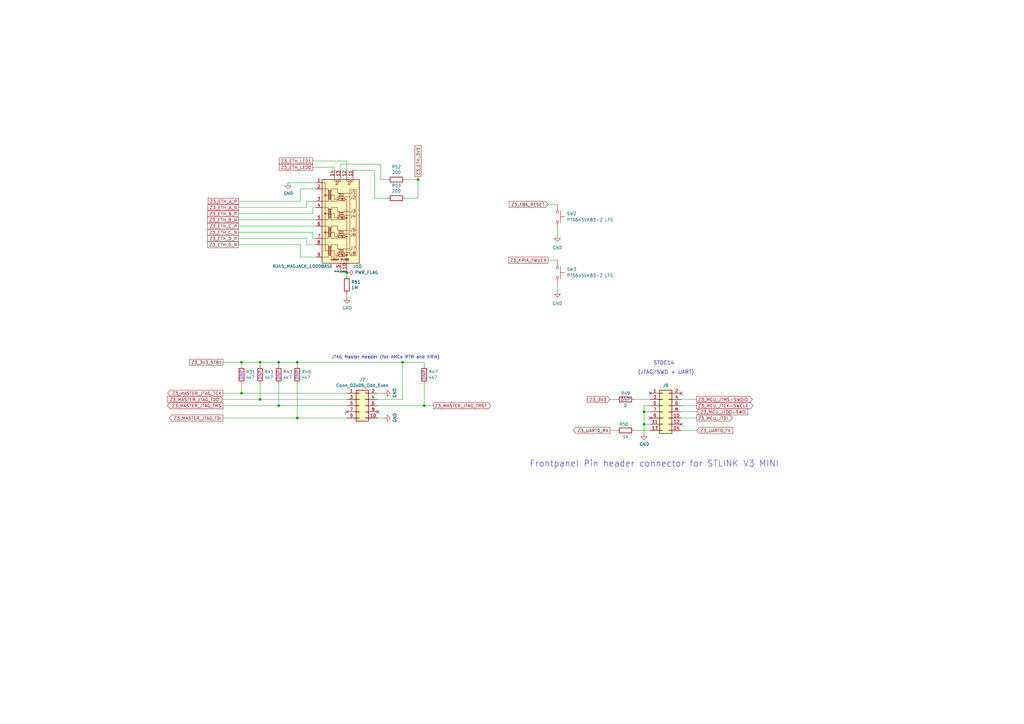
<source format=kicad_sch>
(kicad_sch (version 20211123) (generator eeschema)
  (paper "A3")
  (title_block (title "RTM_Template") (date "2022-09-07") (rev "1.0") (company "Karlsruhe Institute of Technology (KIT)") (comment 1 "Institute for Data Processing and Electronics (IPE)") (comment 2 "Carsten Schmerbeck") (comment 3 "Luis Ardila") (comment 4 "Licensed under CERN-OHL-P v2"))
  (lib_symbols
    (symbol "Connector_Generic:Conn_02x05_Odd_Even" (pin_names (offset 1.016) hide)
      (property "Reference" "J" (at 1.27 7.62 0))
      (property "Value" "Conn_02x05_Odd_Even" (at 1.27 -7.62 0))
      (symbol "Conn_02x05_Odd_Even_1_1"
        (rectangle (start -1.27 -4.953) (end 0 -5.207) (stroke (width 0.1524)))
        (rectangle (start -1.27 -2.413) (end 0 -2.667) (stroke (width 0.1524)))
        (rectangle (start -1.27 0.127) (end 0 -0.127) (stroke (width 0.1524)))
        (rectangle (start -1.27 2.667) (end 0 2.413) (stroke (width 0.1524)))
        (rectangle (start -1.27 5.207) (end 0 4.953) (stroke (width 0.1524)))
        (rectangle (start -1.27 6.35) (end 3.81 -6.35) (stroke (width 0.254)) (fill (type background)))
        (rectangle (start 3.81 -4.953) (end 2.54 -5.207) (stroke (width 0.1524)))
        (rectangle (start 3.81 -2.413) (end 2.54 -2.667) (stroke (width 0.1524)))
        (rectangle (start 3.81 0.127) (end 2.54 -0.127) (stroke (width 0.1524)))
        (rectangle (start 3.81 2.667) (end 2.54 2.413) (stroke (width 0.1524)))
        (rectangle (start 3.81 5.207) (end 2.54 4.953) (stroke (width 0.1524)))
        (pin passive line (at -5.08 5.08 0) (length 3.81) (name "Pin_1") (number "1"))
        (pin passive line (at 7.62 -5.08 180) (length 3.81) (name "Pin_10") (number "10"))
        (pin passive line (at 7.62 5.08 180) (length 3.81) (name "Pin_2") (number "2"))
        (pin passive line (at -5.08 2.54 0) (length 3.81) (name "Pin_3") (number "3"))
        (pin passive line (at 7.62 2.54 180) (length 3.81) (name "Pin_4") (number "4"))
        (pin passive line (at -5.08 0 0) (length 3.81) (name "Pin_5") (number "5"))
        (pin passive line (at 7.62 0 180) (length 3.81) (name "Pin_6") (number "6"))
        (pin passive line (at -5.08 -2.54 0) (length 3.81) (name "Pin_7") (number "7"))
        (pin passive line (at 7.62 -2.54 180) (length 3.81) (name "Pin_8") (number "8"))
        (pin passive line (at -5.08 -5.08 0) (length 3.81) (name "Pin_9") (number "9"))
      )
    )
    (symbol "Connector_Generic:Conn_02x07_Odd_Even" (pin_names (offset 1.016) hide)
      (property "Reference" "J" (at 1.27 10.16 0))
      (property "Value" "Conn_02x07_Odd_Even" (at 1.27 -10.16 0))
      (symbol "Conn_02x07_Odd_Even_1_1"
        (rectangle (start -1.27 -7.493) (end 0 -7.747) (stroke (width 0.1524)))
        (rectangle (start -1.27 -4.953) (end 0 -5.207) (stroke (width 0.1524)))
        (rectangle (start -1.27 -2.413) (end 0 -2.667) (stroke (width 0.1524)))
        (rectangle (start -1.27 0.127) (end 0 -0.127) (stroke (width 0.1524)))
        (rectangle (start -1.27 2.667) (end 0 2.413) (stroke (width 0.1524)))
        (rectangle (start -1.27 5.207) (end 0 4.953) (stroke (width 0.1524)))
        (rectangle (start -1.27 7.747) (end 0 7.493) (stroke (width 0.1524)))
        (rectangle (start -1.27 8.89) (end 3.81 -8.89) (stroke (width 0.254)) (fill (type background)))
        (rectangle (start 3.81 -7.493) (end 2.54 -7.747) (stroke (width 0.1524)))
        (rectangle (start 3.81 -4.953) (end 2.54 -5.207) (stroke (width 0.1524)))
        (rectangle (start 3.81 -2.413) (end 2.54 -2.667) (stroke (width 0.1524)))
        (rectangle (start 3.81 0.127) (end 2.54 -0.127) (stroke (width 0.1524)))
        (rectangle (start 3.81 2.667) (end 2.54 2.413) (stroke (width 0.1524)))
        (rectangle (start 3.81 5.207) (end 2.54 4.953) (stroke (width 0.1524)))
        (rectangle (start 3.81 7.747) (end 2.54 7.493) (stroke (width 0.1524)))
        (pin passive line (at -5.08 7.62 0) (length 3.81) (name "Pin_1") (number "1"))
        (pin passive line (at 7.62 -2.54 180) (length 3.81) (name "Pin_10") (number "10"))
        (pin passive line (at -5.08 -5.08 0) (length 3.81) (name "Pin_11") (number "11"))
        (pin passive line (at 7.62 -5.08 180) (length 3.81) (name "Pin_12") (number "12"))
        (pin passive line (at -5.08 -7.62 0) (length 3.81) (name "Pin_13") (number "13"))
        (pin passive line (at 7.62 -7.62 180) (length 3.81) (name "Pin_14") (number "14"))
        (pin passive line (at 7.62 7.62 180) (length 3.81) (name "Pin_2") (number "2"))
        (pin passive line (at -5.08 5.08 0) (length 3.81) (name "Pin_3") (number "3"))
        (pin passive line (at 7.62 5.08 180) (length 3.81) (name "Pin_4") (number "4"))
        (pin passive line (at -5.08 2.54 0) (length 3.81) (name "Pin_5") (number "5"))
        (pin passive line (at 7.62 2.54 180) (length 3.81) (name "Pin_6") (number "6"))
        (pin passive line (at -5.08 0 0) (length 3.81) (name "Pin_7") (number "7"))
        (pin passive line (at 7.62 0 180) (length 3.81) (name "Pin_8") (number "8"))
        (pin passive line (at -5.08 -2.54 0) (length 3.81) (name "Pin_9") (number "9"))
      )
    )
    (symbol "Device:R" (pin_numbers hide) (pin_names (offset 0))
      (property "Reference" "R" (at 2.032 0 90))
      (property "Value" "R" (at 0 0 90))
      (symbol "R_0_1"
        (rectangle (start -1.016 -2.54) (end 1.016 2.54) (stroke (width 0.254)))
      )
      (symbol "R_1_1"
        (pin passive line (at 0 3.81 270) (length 1.27) (name "~") (number "1"))
        (pin passive line (at 0 -3.81 90) (length 1.27) (name "~") (number "2"))
      )
    )
    (symbol "KIT_Connector:RJ45_MAGJACK_1000BASE" (pin_names (offset 0.0254) hide)
      (property "Reference" "J" (at 0 25.4 0))
      (property "Value" "RJ45_MAGJACK_1000BASE" (at 2.54 29.21 0))
      (symbol "RJ45_MAGJACK_1000BASE_0_0"
        (polyline (pts (xy -1.778 -14.478) (xy -2.54 -14.478)))
        (polyline (pts (xy -1.27 -13.462) (xy -3.81 -13.462)))
        (polyline (pts (xy -1.27 -11.938) (xy -3.81 -11.938)))
        (polyline (pts (xy -1.27 -5.842) (xy -3.81 -5.842)))
        (polyline (pts (xy -1.27 -4.318) (xy -3.81 -4.318)))
        (polyline (pts (xy -1.27 1.778) (xy -3.81 1.778)))
        (polyline (pts (xy -1.27 3.302) (xy -3.81 3.302)))
        (polyline (pts (xy -1.27 9.398) (xy -3.81 9.398)))
        (polyline (pts (xy -1.27 10.922) (xy -3.81 10.922)))
        (polyline (pts (xy 5.08 2.54) (xy 6.35 2.54)))
        (polyline (pts (xy 6.35 -5.08) (xy 5.08 -5.08)))
        (polyline (pts (xy 6.35 10.16) (xy 5.08 10.16)))
        (polyline (pts (xy 0.762 -14.478) (xy 2.54 -14.478) (xy 2.54 -12.7) (xy 3.81 -12.7)))
        (polyline (pts (xy 0.762 -6.858) (xy 2.54 -6.858) (xy 2.54 -5.08) (xy 3.81 -5.08)))
        (polyline (pts (xy 0.762 0.762) (xy 2.54 0.762) (xy 2.54 2.54) (xy 3.81 2.54)))
        (polyline (pts (xy 0.762 8.382) (xy 2.54 8.382) (xy 2.54 10.16) (xy 3.81 10.16)))
        (text "1000pF 2kV" (at 1.27 -16.256 0) (effects (font (size 0.635 0.635))))
        (text "75" (at -0.508 -14.478 0) (effects (font (size 0.635 0.635))))
        (text "75" (at -0.508 -6.858 0) (effects (font (size 0.635 0.635))))
        (text "75" (at -0.508 0.762 0) (effects (font (size 0.635 0.635))))
        (text "75" (at -0.508 8.382 0) (effects (font (size 0.635 0.635))))
        (text "J1" (at -5.08 11.43 0) (effects (font (size 1.27 1.27))))
        (text "J2" (at -5.08 9.144 0) (effects (font (size 1.27 1.27))))
        (text "J3" (at -5.08 3.556 0) (effects (font (size 1.27 1.27))))
        (text "J4" (at -5.08 1.524 0) (effects (font (size 1.27 1.27))))
        (text "J5" (at -5.08 -4.064 0) (effects (font (size 1.27 1.27))))
        (text "J6" (at -5.08 -6.096 0) (effects (font (size 1.27 1.27))))
        (text "J7" (at -5.08 -11.684 0) (effects (font (size 1.27 1.27))))
        (text "J8" (at -5.08 -13.716 0) (effects (font (size 1.27 1.27))))
      )
      (symbol "RJ45_MAGJACK_1000BASE_0_1"
        (rectangle (start -3.81 -14.732) (end -6.35 12.446))
        (circle (center -2.54 -14.478) (radius 0.254) (fill (type outline)))
        (circle (center -2.54 -6.858) (radius 0.254) (fill (type outline)))
        (circle (center -2.54 0.762) (radius 0.254) (fill (type outline)))
        (rectangle (start -1.778 -14.986) (end 0.762 -13.97) (stroke (width 0.2032)))
        (rectangle (start -1.778 -7.366) (end 0.762 -6.35) (stroke (width 0.2032)))
        (rectangle (start -1.778 0.254) (end 0.762 1.27) (stroke (width 0.2032)))
        (rectangle (start -1.778 7.874) (end 0.762 8.89) (stroke (width 0.2032)))
        (arc (start -1.27 -11.938) (mid -1.016 -12.192) (end -0.762 -11.938))
        (arc (start -1.27 -4.318) (mid -1.016 -4.572) (end -0.762 -4.318))
        (arc (start -1.27 3.302) (mid -1.016 3.048) (end -0.762 3.302))
        (arc (start -1.27 10.922) (mid -1.016 10.668) (end -0.762 10.922))
        (arc (start -0.762 -13.462) (mid -1.016 -13.208) (end -1.27 -13.462))
        (arc (start -0.762 -11.938) (mid -0.508 -12.192) (end -0.254 -11.938))
        (arc (start -0.762 -5.842) (mid -1.016 -5.588) (end -1.27 -5.842))
        (arc (start -0.762 -4.318) (mid -0.508 -4.572) (end -0.254 -4.318))
        (arc (start -0.762 1.778) (mid -1.016 2.032) (end -1.27 1.778))
        (arc (start -0.762 3.302) (mid -0.508 3.048) (end -0.254 3.302))
        (arc (start -0.762 9.398) (mid -1.016 9.652) (end -1.27 9.398))
        (arc (start -0.762 10.922) (mid -0.508 10.668) (end -0.254 10.922))
        (arc (start -0.254 -13.462) (mid -0.508 -13.208) (end -0.762 -13.462))
        (arc (start -0.254 -11.938) (mid 0 -12.192) (end 0.254 -11.938))
        (arc (start -0.254 -5.842) (mid -0.508 -5.588) (end -0.762 -5.842))
        (arc (start -0.254 -4.318) (mid 0 -4.572) (end 0.254 -4.318))
        (arc (start -0.254 1.778) (mid -0.508 2.032) (end -0.762 1.778))
        (arc (start -0.254 3.302) (mid 0 3.048) (end 0.254 3.302))
        (arc (start -0.254 9.398) (mid -0.508 9.652) (end -0.762 9.398))
        (arc (start -0.254 10.922) (mid 0 10.668) (end 0.254 10.922))
        (polyline (pts (xy -3.556 14.478) (xy -4.064 14.986)))
        (polyline (pts (xy -3.302 -16.51) (xy -1.778 -16.51)) (stroke (width 0.3302)))
        (polyline (pts (xy -3.302 -16.002) (xy -1.778 -16.002)) (stroke (width 0.3048)))
        (polyline (pts (xy -3.302 16.256) (xy -3.302 15.24)))
        (polyline (pts (xy -3.048 14.478) (xy -3.556 14.986)))
        (polyline (pts (xy -2.54 -17.78) (xy -2.54 -16.51)))
        (polyline (pts (xy -2.54 0.762) (xy -1.778 0.762)))
        (polyline (pts (xy -1.778 -6.858) (xy -2.54 -6.858)))
        (polyline (pts (xy -1.27 -12.954) (xy 0.762 -12.954)))
        (polyline (pts (xy -1.27 -5.334) (xy 0.762 -5.334)))
        (polyline (pts (xy -1.27 2.286) (xy 0.762 2.286)))
        (polyline (pts (xy -1.27 9.906) (xy 0.762 9.906)))
        (polyline (pts (xy 0.762 -12.446) (xy -1.27 -12.446)))
        (polyline (pts (xy 0.762 -4.826) (xy -1.27 -4.826)))
        (polyline (pts (xy 0.762 2.794) (xy -1.27 2.794)))
        (polyline (pts (xy 0.762 10.414) (xy -1.27 10.414)))
        (polyline (pts (xy 1.524 14.478) (xy 1.016 14.986)))
        (polyline (pts (xy 1.778 16.256) (xy 1.778 15.24)))
        (polyline (pts (xy 2.032 14.478) (xy 1.524 14.986)))
        (polyline (pts (xy 4.318 -10.668) (xy 4.318 -14.732)))
        (polyline (pts (xy 4.318 -3.048) (xy 4.318 -7.112)))
        (polyline (pts (xy 4.318 4.572) (xy 4.318 0.508)))
        (polyline (pts (xy 4.318 12.192) (xy 4.318 8.128)))
        (polyline (pts (xy 4.572 -14.732) (xy 4.572 -10.668)))
        (polyline (pts (xy 4.572 -7.112) (xy 4.572 -3.048)))
        (polyline (pts (xy 4.572 0.508) (xy 4.572 4.572)))
        (polyline (pts (xy 4.572 8.128) (xy 4.572 12.192)))
        (polyline (pts (xy -5.08 17.78) (xy -5.08 15.748) (xy -4.318 15.748)))
        (polyline (pts (xy -3.556 14.732) (xy -3.556 14.478) (xy -3.81 14.478)))
        (polyline (pts (xy -3.048 14.732) (xy -3.048 14.478) (xy -3.302 14.478)))
        (polyline (pts (xy -2.54 -16.002) (xy -2.54 8.382) (xy -1.778 8.382)))
        (polyline (pts (xy -2.54 17.78) (xy -2.54 15.748) (xy -3.302 15.748)))
        (polyline (pts (xy 0 17.78) (xy 0 15.748) (xy 0.762 15.748)))
        (polyline (pts (xy 1.524 14.732) (xy 1.524 14.478) (xy 1.27 14.478)))
        (polyline (pts (xy 2.032 14.732) (xy 2.032 14.478) (xy 1.778 14.478)))
        (polyline (pts (xy 2.54 17.78) (xy 2.54 15.748) (xy 1.778 15.748)))
        (polyline (pts (xy 5.08 -14.732) (xy 5.08 -15.24) (xy 7.62 -15.24)))
        (polyline (pts (xy 5.08 -10.668) (xy 5.08 -10.16) (xy 7.62 -10.16)))
        (polyline (pts (xy 5.08 -7.112) (xy 5.08 -7.62) (xy 7.62 -7.62)))
        (polyline (pts (xy 5.08 -3.048) (xy 5.08 -2.54) (xy 7.62 -2.54)))
        (polyline (pts (xy 5.08 0.508) (xy 5.08 0) (xy 7.62 0)))
        (polyline (pts (xy 5.08 4.572) (xy 5.08 5.08) (xy 7.62 5.08)))
        (polyline (pts (xy 5.08 8.128) (xy 5.08 7.62) (xy 7.62 7.62)))
        (polyline (pts (xy 5.08 12.192) (xy 5.08 12.7) (xy 7.62 12.7)))
        (polyline (pts (xy -3.302 15.748) (xy -4.318 16.256) (xy -4.318 15.24) (xy -3.302 15.748)))
        (polyline (pts (xy 1.778 15.748) (xy 0.762 16.256) (xy 0.762 15.24) (xy 1.778 15.748)))
        (polyline (pts (xy 7.62 15.24) (xy 6.35 15.24) (xy 6.35 -12.7) (xy 5.08 -12.7)))
        (polyline (pts (xy 0.762 -11.938) (xy 1.27 -11.938) (xy 1.27 -10.16) (xy 3.81 -10.16) (xy 3.81 -10.668)))
        (polyline (pts (xy 0.762 -4.318) (xy 1.27 -4.318) (xy 1.27 -2.54) (xy 3.81 -2.54) (xy 3.81 -3.048)))
        (polyline (pts (xy 0.762 3.302) (xy 1.27 3.302) (xy 1.27 5.08) (xy 3.81 5.08) (xy 3.81 4.572)))
        (polyline (pts (xy 0.762 10.922) (xy 1.27 10.922) (xy 1.27 12.7) (xy 3.81 12.7) (xy 3.81 12.192)))
        (polyline (pts (xy 3.81 -14.732) (xy 3.81 -15.24) (xy 1.27 -15.24) (xy 1.27 -13.462) (xy 0.762 -13.462)))
        (polyline (pts (xy 3.81 -7.112) (xy 3.81 -7.62) (xy 1.27 -7.62) (xy 1.27 -5.842) (xy 0.762 -5.842)))
        (polyline (pts (xy 3.81 0.508) (xy 3.81 0) (xy 1.27 0) (xy 1.27 1.778) (xy 0.762 1.778)))
        (polyline (pts (xy 3.81 8.128) (xy 3.81 7.62) (xy 1.27 7.62) (xy 1.27 9.398) (xy 0.762 9.398)))
        (arc (start 0.254 -13.462) (mid 0 -13.208) (end -0.254 -13.462))
        (arc (start 0.254 -11.938) (mid 0.508 -12.192) (end 0.762 -11.938))
        (arc (start 0.254 -5.842) (mid 0 -5.588) (end -0.254 -5.842))
        (arc (start 0.254 -4.318) (mid 0.508 -4.572) (end 0.762 -4.318))
        (arc (start 0.254 1.778) (mid 0 2.032) (end -0.254 1.778))
        (arc (start 0.254 3.302) (mid 0.508 3.048) (end 0.762 3.302))
        (arc (start 0.254 9.398) (mid 0 9.652) (end -0.254 9.398))
        (arc (start 0.254 10.922) (mid 0.508 10.668) (end 0.762 10.922))
        (circle (center 0.508 -13.4874) (radius 0.0762) (stroke (width 0.0254)) (fill (type outline)))
        (circle (center 0.508 -11.9126) (radius 0.0762) (stroke (width 0.0254)) (fill (type outline)))
        (circle (center 0.508 -5.8674) (radius 0.0762) (stroke (width 0.0254)) (fill (type outline)))
        (circle (center 0.508 -4.2926) (radius 0.0762) (stroke (width 0.0254)) (fill (type outline)))
        (circle (center 0.508 1.7526) (radius 0.0762) (stroke (width 0.0254)) (fill (type outline)))
        (circle (center 0.508 3.3274) (radius 0.0762) (stroke (width 0.0254)) (fill (type outline)))
        (circle (center 0.508 9.3726) (radius 0.0762) (stroke (width 0.0254)) (fill (type outline)))
        (circle (center 0.508 10.9474) (radius 0.0762) (stroke (width 0.0254)) (fill (type outline)))
        (arc (start 0.762 -13.462) (mid 0.508 -13.208) (end 0.254 -13.462))
        (arc (start 0.762 -5.842) (mid 0.508 -5.588) (end 0.254 -5.842))
        (arc (start 0.762 1.778) (mid 0.508 2.032) (end 0.254 1.778))
        (arc (start 0.762 9.398) (mid 0.508 9.652) (end 0.254 9.398))
        (circle (center 3.7846 -12.954) (radius 0.0762) (stroke (width 0.0254)) (fill (type outline)))
        (circle (center 3.7846 -10.922) (radius 0.0762) (stroke (width 0.0254)) (fill (type outline)))
        (circle (center 3.7846 -5.334) (radius 0.0762) (stroke (width 0.0254)) (fill (type outline)))
        (circle (center 3.7846 -3.302) (radius 0.0762) (stroke (width 0.0254)) (fill (type outline)))
        (circle (center 3.7846 2.286) (radius 0.0762) (stroke (width 0.0254)) (fill (type outline)))
        (circle (center 3.7846 4.318) (radius 0.0762) (stroke (width 0.0254)) (fill (type outline)))
        (circle (center 3.7846 9.906) (radius 0.0762) (stroke (width 0.0254)) (fill (type outline)))
        (circle (center 3.7846 11.938) (radius 0.0762) (stroke (width 0.0254)) (fill (type outline)))
        (arc (start 3.81 -14.732) (mid 4.064 -14.478) (end 3.81 -14.224))
        (arc (start 3.81 -14.224) (mid 4.064 -13.97) (end 3.81 -13.716))
        (arc (start 3.81 -13.716) (mid 4.064 -13.462) (end 3.81 -13.208))
        (arc (start 3.81 -13.208) (mid 4.064 -12.954) (end 3.81 -12.7))
        (arc (start 3.81 -12.7) (mid 4.064 -12.446) (end 3.81 -12.192))
        (arc (start 3.81 -12.192) (mid 4.064 -11.938) (end 3.81 -11.684))
        (arc (start 3.81 -11.684) (mid 4.064 -11.43) (end 3.81 -11.176))
        (arc (start 3.81 -11.176) (mid 4.064 -10.922) (end 3.81 -10.668))
        (arc (start 3.81 -7.112) (mid 4.064 -6.858) (end 3.81 -6.604))
        (arc (start 3.81 -6.604) (mid 4.064 -6.35) (end 3.81 -6.096))
        (arc (start 3.81 -6.096) (mid 4.064 -5.842) (end 3.81 -5.588))
        (arc (start 3.81 -5.588) (mid 4.064 -5.334) (end 3.81 -5.08))
        (arc (start 3.81 -5.08) (mid 4.064 -4.826) (end 3.81 -4.572))
        (arc (start 3.81 -4.572) (mid 4.064 -4.318) (end 3.81 -4.064))
        (arc (start 3.81 -4.064) (mid 4.064 -3.81) (end 3.81 -3.556))
        (arc (start 3.81 -3.556) (mid 4.064 -3.302) (end 3.81 -3.048))
        (arc (start 3.81 0.508) (mid 4.064 0.762) (end 3.81 1.016))
        (arc (start 3.81 1.016) (mid 4.064 1.27) (end 3.81 1.524))
        (arc (start 3.81 1.524) (mid 4.064 1.778) (end 3.81 2.032))
        (arc (start 3.81 2.032) (mid 4.064 2.286) (end 3.81 2.54))
        (arc (start 3.81 2.54) (mid 4.064 2.794) (end 3.81 3.048))
        (arc (start 3.81 3.048) (mid 4.064 3.302) (end 3.81 3.556))
        (arc (start 3.81 3.556) (mid 4.064 3.81) (end 3.81 4.064))
        (arc (start 3.81 4.064) (mid 4.064 4.318) (end 3.81 4.572))
        (arc (start 3.81 8.128) (mid 4.064 8.382) (end 3.81 8.636))
        (arc (start 3.81 8.636) (mid 4.064 8.89) (end 3.81 9.144))
        (arc (start 3.81 9.144) (mid 4.064 9.398) (end 3.81 9.652))
        (arc (start 3.81 9.652) (mid 4.064 9.906) (end 3.81 10.16))
        (arc (start 3.81 10.16) (mid 4.064 10.414) (end 3.81 10.668))
        (arc (start 3.81 10.668) (mid 4.064 10.922) (end 3.81 11.176))
        (arc (start 3.81 11.176) (mid 4.064 11.43) (end 3.81 11.684))
        (arc (start 3.81 11.684) (mid 4.064 11.938) (end 3.81 12.192))
        (arc (start 5.08 -14.224) (mid 4.826 -14.478) (end 5.08 -14.732))
        (arc (start 5.08 -13.716) (mid 4.826 -13.97) (end 5.08 -14.224))
        (arc (start 5.08 -13.208) (mid 4.826 -13.462) (end 5.08 -13.716))
        (arc (start 5.08 -12.7) (mid 4.826 -12.954) (end 5.08 -13.208))
        (arc (start 5.08 -12.192) (mid 4.826 -12.446) (end 5.08 -12.7))
        (arc (start 5.08 -11.684) (mid 4.826 -11.938) (end 5.08 -12.192))
        (arc (start 5.08 -11.176) (mid 4.826 -11.43) (end 5.08 -11.684))
        (arc (start 5.08 -10.668) (mid 4.826 -10.922) (end 5.08 -11.176))
        (arc (start 5.08 -6.604) (mid 4.826 -6.858) (end 5.08 -7.112))
        (arc (start 5.08 -6.096) (mid 4.826 -6.35) (end 5.08 -6.604))
        (arc (start 5.08 -5.588) (mid 4.826 -5.842) (end 5.08 -6.096))
        (arc (start 5.08 -5.08) (mid 4.826 -5.334) (end 5.08 -5.588))
        (arc (start 5.08 -4.572) (mid 4.826 -4.826) (end 5.08 -5.08))
        (arc (start 5.08 -4.064) (mid 4.826 -4.318) (end 5.08 -4.572))
        (arc (start 5.08 -3.556) (mid 4.826 -3.81) (end 5.08 -4.064))
        (arc (start 5.08 -3.048) (mid 4.826 -3.302) (end 5.08 -3.556))
        (arc (start 5.08 1.016) (mid 4.826 0.762) (end 5.08 0.508))
        (arc (start 5.08 1.524) (mid 4.826 1.27) (end 5.08 1.016))
        (arc (start 5.08 2.032) (mid 4.826 1.778) (end 5.08 1.524))
        (arc (start 5.08 2.54) (mid 4.826 2.286) (end 5.08 2.032))
        (arc (start 5.08 3.048) (mid 4.826 2.794) (end 5.08 2.54))
        (arc (start 5.08 3.556) (mid 4.826 3.302) (end 5.08 3.048))
        (arc (start 5.08 4.064) (mid 4.826 3.81) (end 5.08 3.556))
        (arc (start 5.08 4.572) (mid 4.826 4.318) (end 5.08 4.064))
        (arc (start 5.08 8.636) (mid 4.826 8.382) (end 5.08 8.128))
        (arc (start 5.08 9.144) (mid 4.826 8.89) (end 5.08 8.636))
        (arc (start 5.08 9.652) (mid 4.826 9.398) (end 5.08 9.144))
        (arc (start 5.08 10.16) (mid 4.826 9.906) (end 5.08 9.652))
        (arc (start 5.08 10.668) (mid 4.826 10.414) (end 5.08 10.16))
        (arc (start 5.08 11.176) (mid 4.826 10.922) (end 5.08 10.668))
        (arc (start 5.08 11.684) (mid 4.826 11.43) (end 5.08 11.176))
        (arc (start 5.08 12.192) (mid 4.826 11.938) (end 5.08 11.684))
        (circle (center 5.1054 -12.954) (radius 0.0762) (stroke (width 0.0254)) (fill (type outline)))
        (circle (center 5.1054 -10.922) (radius 0.0762) (stroke (width 0.0254)) (fill (type outline)))
        (circle (center 5.1054 -5.334) (radius 0.0762) (stroke (width 0.0254)) (fill (type outline)))
        (circle (center 5.1054 -3.302) (radius 0.0762) (stroke (width 0.0254)) (fill (type outline)))
        (circle (center 5.1054 2.286) (radius 0.0762) (stroke (width 0.0254)) (fill (type outline)))
        (circle (center 5.1054 4.318) (radius 0.0762) (stroke (width 0.0254)) (fill (type outline)))
        (circle (center 5.1054 9.906) (radius 0.0762) (stroke (width 0.0254)) (fill (type outline)))
        (circle (center 5.1054 11.938) (radius 0.0762) (stroke (width 0.0254)) (fill (type outline)))
        (circle (center 6.35 -5.08) (radius 0.254) (fill (type outline)))
        (circle (center 6.35 2.54) (radius 0.254) (fill (type outline)))
        (circle (center 6.35 10.16) (radius 0.254) (fill (type outline)))
        (rectangle (start 7.62 16.51) (end -7.62 -17.78) (stroke (width 0.254)) (fill (type background)))
        (pin power_in line (at -2.54 -20.32 90) (length 2.54) (name "~") (number "10"))
      )
      (symbol "RJ45_MAGJACK_1000BASE_1_1"
        (pin passive line (at 10.16 15.24 180) (length 2.54) (name "~") (number "1"))
        (pin passive line (at -5.08 20.32 270) (length 2.54) (name "GRN_A") (number "11"))
        (pin passive line (at -2.54 20.32 270) (length 2.54) (name "GRN_K") (number "12"))
        (pin passive line (at 0 20.32 270) (length 2.54) (name "YLW_A") (number "13"))
        (pin passive line (at 2.54 20.32 270) (length 2.54) (name "YLW_K") (number "14"))
        (pin passive line (at 10.16 12.7 180) (length 2.54) (name "TRD0+") (number "2"))
        (pin passive line (at 10.16 7.62 180) (length 2.54) (name "TRD0-") (number "3"))
        (pin passive line (at 10.16 5.08 180) (length 2.54) (name "TRD1+") (number "4"))
        (pin passive line (at 10.16 0 180) (length 2.54) (name "TRD1-") (number "5"))
        (pin passive line (at 10.16 -2.54 180) (length 2.54) (name "TRD2+") (number "6"))
        (pin passive line (at 10.16 -7.62 180) (length 2.54) (name "TRD2-") (number "7"))
        (pin passive line (at 10.16 -10.16 180) (length 2.54) (name "TRD3+") (number "8"))
        (pin passive line (at 10.16 -15.24 180) (length 2.54) (name "TRD3-") (number "9"))
        (pin power_in line (at 0 -20.32 90) (length 2.54) (name "Shell") (number "S"))
      )
    )
    (symbol "Switch:SW_Push" (pin_numbers hide) (pin_names (offset 1.016) hide)
      (property "Reference" "SW" (at 1.27 2.54 0))
      (property "Value" "SW_Push" (at 0 -1.524 0))
      (symbol "SW_Push_0_1"
        (circle (center -2.032 0) (radius 0.508))
        (polyline (pts (xy 0 1.27) (xy 0 3.048)))
        (polyline (pts (xy 2.54 1.27) (xy -2.54 1.27)))
        (circle (center 2.032 0) (radius 0.508))
        (pin passive line (at -5.08 0 0) (length 2.54) (name "1") (number "1"))
        (pin passive line (at 5.08 0 180) (length 2.54) (name "2") (number "2"))
      )
    )
    (symbol "power:GND" (power) (pin_names (offset 0))
      (property "Value" "GND" (at 0 -3.81 0))
      (symbol "GND_0_1"
        (polyline (pts (xy 0 0) (xy 0 -1.27) (xy 1.27 -1.27) (xy 0 -2.54) (xy -1.27 -1.27) (xy 0 -1.27)))
      )
      (symbol "GND_1_1"
        (pin power_in line (at 0 0 270) (length 0) hide (name "GND") (number "1"))
      )
    )
    (symbol "power:PWR_FLAG" (power) (pin_numbers hide) (pin_names (offset 0) hide)
      (property "Value" "PWR_FLAG" (at 0 3.81 0))
      (symbol "PWR_FLAG_0_0"
        (pin power_out line (at 0 0 90) (length 0) (name "pwr") (number "1"))
      )
      (symbol "PWR_FLAG_0_1"
        (polyline (pts (xy 0 0) (xy 0 1.27) (xy -1.016 1.905) (xy 0 2.54) (xy 1.016 1.905) (xy 0 1.27)))
      )
    )
  )
  (junction (at 171.45 73.66))
  (junction (at 114.3 166.37))
  (junction (at 165.1 148.59))
  (junction (at 106.68 163.83))
  (junction (at 264.16 173.99))
  (junction (at 114.3 148.59))
  (junction (at 142.24 111.76))
  (junction (at 173.99 166.37))
  (junction (at 121.92 171.45))
  (junction (at 121.92 148.59))
  (junction (at 264.16 168.91))
  (junction (at 106.68 148.59))
  (junction (at 99.06 161.29))
  (junction (at 99.06 148.59))
  (no_connect (at 266.7 161.29))
  (no_connect (at 154.94 168.91))
  (no_connect (at 279.4 173.99))
  (no_connect (at 142.24 168.91))
  (no_connect (at 279.4 161.29))
  (no_connect (at 266.7 171.45))
  (wire (pts (xy 129.54 105.41) (xy 123.19 105.41)))
  (wire (pts (xy 99.06 161.29) (xy 142.24 161.29)))
  (wire (pts (xy 106.68 157.48) (xy 106.68 163.83)))
  (wire (pts (xy 279.4 166.37) (xy 285.75 166.37)))
  (wire (pts (xy 129.54 82.55) (xy 125.73 82.55)))
  (wire (pts (xy 125.73 82.55) (xy 125.73 85.09)))
  (wire (pts (xy 128.27 66.04) (xy 142.24 66.04)))
  (wire (pts (xy 121.92 149.86) (xy 121.92 148.59)))
  (wire (pts (xy 125.73 97.79) (xy 97.79 97.79)))
  (wire (pts (xy 260.35 176.53) (xy 266.7 176.53)))
  (wire (pts (xy 91.44 171.45) (xy 121.92 171.45)))
  (wire (pts (xy 156.21 67.31) (xy 156.21 73.66)))
  (wire (pts (xy 91.44 163.83) (xy 106.68 163.83)))
  (wire (pts (xy 266.7 166.37) (xy 264.16 166.37)))
  (wire (pts (xy 123.19 105.41) (xy 123.19 100.33)))
  (wire (pts (xy 142.24 111.76) (xy 139.7 111.76)))
  (wire (pts (xy 97.79 90.17) (xy 129.54 90.17)))
  (wire (pts (xy 123.19 100.33) (xy 97.79 100.33)))
  (wire (pts (xy 224.79 106.68) (xy 228.6 106.68)))
  (wire (pts (xy 139.7 69.85) (xy 139.7 67.31)))
  (wire (pts (xy 139.7 110.49) (xy 139.7 111.76)))
  (wire (pts (xy 154.94 171.45) (xy 157.48 171.45)))
  (wire (pts (xy 91.44 161.29) (xy 99.06 161.29)))
  (wire (pts (xy 154.94 163.83) (xy 165.1 163.83)))
  (wire (pts (xy 121.92 148.59) (xy 165.1 148.59)))
  (wire (pts (xy 250.19 176.53) (xy 252.73 176.53)))
  (wire (pts (xy 99.06 149.86) (xy 99.06 148.59)))
  (wire (pts (xy 165.1 148.59) (xy 165.1 163.83)))
  (wire (pts (xy 123.19 77.47) (xy 123.19 82.55)))
  (wire (pts (xy 264.16 168.91) (xy 264.16 173.99)))
  (wire (pts (xy 171.45 72.39) (xy 171.45 73.66)))
  (wire (pts (xy 125.73 100.33) (xy 125.73 97.79)))
  (wire (pts (xy 266.7 173.99) (xy 264.16 173.99)))
  (wire (pts (xy 224.79 83.82) (xy 228.6 83.82)))
  (wire (pts (xy 129.54 100.33) (xy 125.73 100.33)))
  (wire (pts (xy 99.06 157.48) (xy 99.06 161.29)))
  (wire (pts (xy 123.19 82.55) (xy 97.79 82.55)))
  (wire (pts (xy 279.4 171.45) (xy 285.75 171.45)))
  (wire (pts (xy 171.45 81.28) (xy 166.37 81.28)))
  (wire (pts (xy 156.21 73.66) (xy 158.75 73.66)))
  (wire (pts (xy 142.24 110.49) (xy 142.24 111.76)))
  (wire (pts (xy 121.92 171.45) (xy 142.24 171.45)))
  (wire (pts (xy 106.68 163.83) (xy 142.24 163.83)))
  (wire (pts (xy 129.54 97.79) (xy 128.27 97.79)))
  (wire (pts (xy 97.79 95.25) (xy 128.27 95.25)))
  (wire (pts (xy 128.27 68.58) (xy 137.16 68.58)))
  (wire (pts (xy 264.16 173.99) (xy 264.16 177.8)))
  (wire (pts (xy 91.44 166.37) (xy 114.3 166.37)))
  (wire (pts (xy 153.67 69.85) (xy 153.67 81.28)))
  (wire (pts (xy 252.73 163.83) (xy 250.19 163.83)))
  (wire (pts (xy 142.24 111.76) (xy 142.24 113.03)))
  (wire (pts (xy 173.99 148.59) (xy 173.99 149.86)))
  (wire (pts (xy 129.54 74.93) (xy 118.11 74.93)))
  (wire (pts (xy 142.24 66.04) (xy 142.24 69.85)))
  (wire (pts (xy 260.35 163.83) (xy 266.7 163.83)))
  (wire (pts (xy 128.27 87.63) (xy 97.79 87.63)))
  (wire (pts (xy 228.6 116.84) (xy 228.6 119.38)))
  (wire (pts (xy 144.78 69.85) (xy 153.67 69.85)))
  (wire (pts (xy 114.3 149.86) (xy 114.3 148.59)))
  (wire (pts (xy 91.44 148.59) (xy 99.06 148.59)))
  (wire (pts (xy 137.16 68.58) (xy 137.16 69.85)))
  (wire (pts (xy 129.54 85.09) (xy 128.27 85.09)))
  (wire (pts (xy 228.6 93.98) (xy 228.6 96.52)))
  (wire (pts (xy 173.99 157.48) (xy 173.99 166.37)))
  (wire (pts (xy 139.7 67.31) (xy 156.21 67.31)))
  (wire (pts (xy 279.4 168.91) (xy 285.75 168.91)))
  (wire (pts (xy 264.16 166.37) (xy 264.16 168.91)))
  (wire (pts (xy 128.27 85.09) (xy 128.27 87.63)))
  (wire (pts (xy 166.37 73.66) (xy 171.45 73.66)))
  (wire (pts (xy 106.68 149.86) (xy 106.68 148.59)))
  (wire (pts (xy 279.4 163.83) (xy 285.75 163.83)))
  (wire (pts (xy 142.24 120.65) (xy 142.24 121.92)))
  (wire (pts (xy 129.54 77.47) (xy 123.19 77.47)))
  (wire (pts (xy 106.68 148.59) (xy 114.3 148.59)))
  (wire (pts (xy 97.79 92.71) (xy 129.54 92.71)))
  (wire (pts (xy 121.92 157.48) (xy 121.92 171.45)))
  (wire (pts (xy 154.94 166.37) (xy 173.99 166.37)))
  (wire (pts (xy 114.3 148.59) (xy 121.92 148.59)))
  (wire (pts (xy 173.99 166.37) (xy 177.8 166.37)))
  (wire (pts (xy 266.7 168.91) (xy 264.16 168.91)))
  (wire (pts (xy 125.73 85.09) (xy 97.79 85.09)))
  (wire (pts (xy 171.45 73.66) (xy 171.45 81.28)))
  (wire (pts (xy 128.27 97.79) (xy 128.27 95.25)))
  (wire (pts (xy 154.94 161.29) (xy 157.48 161.29)))
  (wire (pts (xy 99.06 148.59) (xy 106.68 148.59)))
  (wire (pts (xy 114.3 166.37) (xy 142.24 166.37)))
  (wire (pts (xy 165.1 148.59) (xy 173.99 148.59)))
  (wire (pts (xy 114.3 157.48) (xy 114.3 166.37)))
  (wire (pts (xy 153.67 81.28) (xy 158.75 81.28)))
  (wire (pts (xy 279.4 176.53) (xy 285.75 176.53)))
  (text "STDC14" (at 267.97 149.86 0) (effects (font (size 1.4986 1.4986)) (justify left bottom)))
  (text "Frontpanel Pin header connector for STLINK V3 MINI\n" (at 217.17 191.77 0) (effects (font (size 2.54 2.54)) (justify left bottom)))
  (text "(JTAG/SWD + UART)" (at 261.62 153.67 0) (effects (font (size 1.4986 1.4986)) (justify left bottom)))
  (text "JTAG Master header (for AMCs RTM and KRIA)" (at 135.89 147.32 0) (effects (font (size 1.27 1.27)) (justify left bottom)))
  (label "RJ45_CHASIS" (at 142.24 111.76 180) (effects (font (size 0.508 0.508))))
  (global_label "Z3_MASTER_JTAG_TCK" (shape output) (at 91.44 161.29 180) (property "Intersheet References" "${INTERSHEET_REFS}" (effects hide)))
  (global_label "Z3_MASTER_JTAG_TMS" (shape output) (at 91.44 166.37 180) (property "Intersheet References" "${INTERSHEET_REFS}" (effects hide)))
  (global_label "Z3_3V3" (shape input) (at 250.19 163.83 180) (property "Intersheet References" "${INTERSHEET_REFS}" (effects hide)))
  (global_label "Z3_MASTER_JTAG_TRST" (shape output) (at 177.8 166.37 0) (property "Intersheet References" "${INTERSHEET_REFS}" (effects hide)))
  (global_label "Z3_ETH_D_N" (shape passive) (at 97.79 100.33 180) (property "Intersheet References" "${INTERSHEET_REFS}" (effects hide)))
  (global_label "Z3_ETH_A_N" (shape passive) (at 97.79 85.09 180) (property "Intersheet References" "${INTERSHEET_REFS}" (effects hide)))
  (global_label "Z3_MASTER_JTAG_TDO" (shape input) (at 91.44 163.83 180) (property "Intersheet References" "${INTERSHEET_REFS}" (effects hide)))
  (global_label "Z3_ETH_B_P" (shape passive) (at 97.79 87.63 180) (property "Intersheet References" "${INTERSHEET_REFS}" (effects hide)))
  (global_label "Z3_ETH_A_P" (shape passive) (at 97.79 82.55 180) (property "Intersheet References" "${INTERSHEET_REFS}" (effects hide)))
  (global_label "Z3_KRIA_FWUEN" (shape passive) (at 224.79 106.68 180) (property "Intersheet References" "${INTERSHEET_REFS}" (effects hide)))
  (global_label "Z3_MCU_JTDO-SWO" (shape input) (at 285.75 168.91 0) (property "Intersheet References" "${INTERSHEET_REFS}" (effects hide)))
  (global_label "Z3_ETH_LED0" (shape passive) (at 128.27 68.58 180) (property "Intersheet References" "${INTERSHEET_REFS}" (effects hide)))
  (global_label "Z3_3V3_STBY" (shape passive) (at 91.44 148.59 180) (property "Intersheet References" "${INTERSHEET_REFS}" (effects hide)))
  (global_label "Z3_ETH_LED1" (shape passive) (at 128.27 66.04 180) (property "Intersheet References" "${INTERSHEET_REFS}" (effects hide)))
  (global_label "Z3_MCU_JTDI" (shape output) (at 285.75 171.45 0) (property "Intersheet References" "${INTERSHEET_REFS}" (effects hide)))
  (global_label "Z3_MCU_JTCK-SWCLK" (shape output) (at 285.75 166.37 0) (property "Intersheet References" "${INTERSHEET_REFS}" (effects hide)))
  (global_label "Z3_ETH_3V3" (shape passive) (at 171.45 72.39 90) (property "Intersheet References" "${INTERSHEET_REFS}" (effects hide)))
  (global_label "Z3_ETH_B_N" (shape passive) (at 97.79 90.17 180) (property "Intersheet References" "${INTERSHEET_REFS}" (effects hide)))
  (global_label "Z3_UART0_RX" (shape output) (at 250.19 176.53 180) (property "Intersheet References" "${INTERSHEET_REFS}" (effects hide)))
  (global_label "Z3_MCU_JTMS-SWDIO" (shape output) (at 285.75 163.83 0) (property "Intersheet References" "${INTERSHEET_REFS}" (effects hide)))
  (global_label "Z3_ETH_C_P" (shape passive) (at 97.79 92.71 180) (property "Intersheet References" "${INTERSHEET_REFS}" (effects hide)))
  (global_label "Z3_ETH_D_P" (shape passive) (at 97.79 97.79 180) (property "Intersheet References" "${INTERSHEET_REFS}" (effects hide)))
  (global_label "Z3_MASTER_JTAG_TDI" (shape output) (at 91.44 171.45 180) (property "Intersheet References" "${INTERSHEET_REFS}" (effects hide)))
  (global_label "Z3_ETH_C_N" (shape passive) (at 97.79 95.25 180) (property "Intersheet References" "${INTERSHEET_REFS}" (effects hide)))
  (global_label "Z3_UART0_TX" (shape input) (at 285.75 176.53 0) (property "Intersheet References" "${INTERSHEET_REFS}" (effects hide)))
  (global_label "Z3_FBA_RESET" (shape input) (at 224.79 83.82 180) (property "Intersheet References" "${INTERSHEET_REFS}" (effects hide)))
  (symbol (lib_id "Device:R") (at 256.54 176.53 90) (unit 1)
    (property "Reference" "R50" (at 257.81 173.99 90) (effects (justify left)))
    (property "Value" "1k" (at 257.81 179.07 90) (effects (justify left)))
    (property "Footprint" "Resistor_SMD:R_0402_1005Metric" (effects hide))
    (property "digikey#" "A129627CT-ND" (effects hide))
    (property "manf" "TE" (effects hide))
    (property "manf#" "CRGCQ0402F1K0" (effects hide))
    (property "stock" "AVT-IPE" (effects hide))
    (property "tolerance" "1%" (effects hide))
  )
  (symbol (lib_id "power:GND") (at 118.11 74.93 0) (unit 1)
    (property "Reference" "#PWR0118" (effects hide))
    (property "Value" "GND" (at 118.237 79.3242 0))
  )
  (symbol (lib_id "power:GND") (at 157.48 161.29 90) (unit 1)
    (property "Reference" "#PWR0119" (effects hide))
    (property "Value" "GND" (at 161.8742 161.163 0))
  )
  (symbol (lib_id "Device:R") (at 162.56 73.66 90) (unit 1)
    (property "Reference" "R52" (at 162.56 68.4022 90))
    (property "Value" "200" (at 162.56 70.7136 90))
    (property "Footprint" "Resistor_SMD:R_0402_1005Metric" (effects hide))
    (property "stock" "AVT-IPE" (effects hide))
  )
  (symbol (lib_id "Switch:SW_Push") (at 228.6 88.9 270) (unit 1)
    (property "Reference" "SW2" (at 232.41 87.6299 90) (effects (justify left)))
    (property "Value" "PTS645VK83-2 LFS" (at 232.41 90.1699 90) (effects (justify left)))
    (property "Footprint" "KIT_Switch:PTS645VK83-2" (effects hide))
    (property "Datasheet" "https://www.ckswitches.com/media/1471/pts645.pdf" (effects hide))
    (property "manf#" "PTS645VK83-2 LFS" (effects hide))
    (property "manf" "CK" (effects hide))
    (property "digikey#" "CKN10950-ND" (effects hide))
    (property "stock" "Box:11" (effects hide))
  )
  (symbol (lib_id "Connector_Generic:Conn_02x07_Odd_Even") (at 271.78 168.91 0) (unit 1)
    (property "Reference" "J9" (at 273.05 158.115 0))
    (property "Value" "Conn_02x07_Odd_Even" (effects hide))
    (property "Footprint" "KIT_Connector:PinHeader_2x07_P1.27mm_Horizontal_withoutsilkscreen" (effects hide))
    (property "Datasheet" "http://www.cnctech.us/pdfs/3220-XX-0200-00_.pdf" (effects hide))
    (property "manf" "CNC Tech" (effects hide))
    (property "manf#" "3220-14-0200-00" (effects hide))
    (property "digikey#" "1175-1631-ND" (effects hide))
  )
  (symbol (lib_id "power:GND") (at 157.48 171.45 90) (unit 1)
    (property "Reference" "#PWR0117" (effects hide))
    (property "Value" "GND" (at 161.8742 171.323 0))
  )
  (symbol (lib_id "Device:R") (at 162.56 81.28 270) (unit 1)
    (property "Reference" "R53" (at 162.56 76.0222 90))
    (property "Value" "200" (at 162.56 78.3336 90))
    (property "Footprint" "Resistor_SMD:R_0402_1005Metric" (effects hide))
    (property "stock" "AVT-IPE" (effects hide))
  )
  (symbol (lib_id "Device:R") (at 142.24 116.84 0) (unit 1)
    (property "Reference" "R51" (at 144.018 115.6716 0) (effects (justify left)))
    (property "Value" "1M" (at 144.018 117.983 0) (effects (justify left)))
    (property "Footprint" "Resistor_SMD:R_1206_3216Metric" (effects hide))
    (property "stock" "AVT-IPE" (effects hide))
  )
  (symbol (lib_id "KIT_Connector:RJ45_MAGJACK_1000BASE") (at 139.7 90.17 0) (mirror y) (unit 1)
    (property "Reference" "J10" (at 144.78 109.22 0) (effects (justify right)))
    (property "Value" "RJ45_MAGJACK_1000BASE" (at 111.76 109.22 0) (effects (justify right)))
    (property "Footprint" "KIT_Connector:RJ45_Abracon_ARJ-205_Horizontal" (effects hide))
    (property "Datasheet" "https://abracon.com/Magnetics/lan/ARJ-205.pdf" (effects hide))
    (property "digikey#" "535-13154-ND" (effects hide))
    (property "manf" "Abracon LLC" (effects hide))
    (property "manf#" "ARJ-205" (effects hide))
    (property "mouser#" "815-ARJ-205" (effects hide))
  )
  (symbol (lib_id "Device:R") (at 99.06 153.67 0) (unit 1)
    (property "Reference" "R31" (at 100.838 152.5016 0) (effects (justify left)))
    (property "Value" "4k7" (at 100.838 154.813 0) (effects (justify left)))
    (property "Footprint" "KIT_Resistor_SMD:R_0402_1005Metric_DNP" (effects hide))
    (property "tolerance" "1%" (effects hide))
    (property "stock" "DNP" (at 99.06 153.67 90))
    (property "digikey#" "A129635CT-ND" (effects hide))
    (property "manf" "TE" (effects hide))
    (property "manf#" "CRGCQ0402F4K7" (effects hide))
    (property "DNP" "DNP" (effects hide))
  )
  (symbol (lib_id "power:GND") (at 264.16 177.8 0) (unit 1)
    (property "Reference" "#PWR0122" (effects hide))
    (property "Value" "GND" (at 264.287 182.1942 0))
  )
  (symbol (lib_id "power:GND") (at 228.6 96.52 0) (unit 1)
    (property "Reference" "#PWR0128" (effects hide))
    (property "Value" "GND" (at 228.6 101.6 0))
  )
  (symbol (lib_id "Device:R") (at 173.99 153.67 0) (unit 1)
    (property "Reference" "R47" (at 175.768 152.5016 0) (effects (justify left)))
    (property "Value" "4k7" (at 175.768 154.813 0) (effects (justify left)))
    (property "Footprint" "KIT_Resistor_SMD:R_0402_1005Metric_DNP" (effects hide))
    (property "tolerance" "1%" (effects hide))
    (property "stock" "DNP" (at 173.99 153.67 90))
    (property "digikey#" "A129635CT-ND" (effects hide))
    (property "manf" "TE" (effects hide))
    (property "manf#" "CRGCQ0402F4K7" (effects hide))
    (property "DNP" "DNP" (effects hide))
  )
  (symbol (lib_id "Device:R") (at 106.68 153.67 0) (unit 1)
    (property "Reference" "R41" (at 108.458 152.5016 0) (effects (justify left)))
    (property "Value" "4k7" (at 108.458 154.813 0) (effects (justify left)))
    (property "Footprint" "KIT_Resistor_SMD:R_0402_1005Metric_DNP" (effects hide))
    (property "tolerance" "1%" (effects hide))
    (property "stock" "DNP" (at 106.68 153.67 90))
    (property "digikey#" "A129635CT-ND" (effects hide))
    (property "manf" "TE" (effects hide))
    (property "manf#" "CRGCQ0402F4K7" (effects hide))
    (property "DNP" "DNP" (effects hide))
  )
  (symbol (lib_id "power:GND") (at 228.6 119.38 0) (unit 1)
    (property "Reference" "#PWR0126" (effects hide))
    (property "Value" "GND" (at 228.6 124.46 0))
  )
  (symbol (lib_id "Device:R") (at 114.3 153.67 0) (unit 1)
    (property "Reference" "R43" (at 116.078 152.5016 0) (effects (justify left)))
    (property "Value" "4k7" (at 116.078 154.813 0) (effects (justify left)))
    (property "Footprint" "KIT_Resistor_SMD:R_0402_1005Metric_DNP" (effects hide))
    (property "tolerance" "1%" (effects hide))
    (property "stock" "DNP" (at 114.3 153.67 90))
    (property "digikey#" "A129635CT-ND" (effects hide))
    (property "manf" "TE" (effects hide))
    (property "manf#" "CRGCQ0402F4K7" (effects hide))
    (property "DNP" "DNP" (effects hide))
  )
  (symbol (lib_id "power:PWR_FLAG") (at 142.24 111.76 270) (unit 1)
    (property "Reference" "#FLG0101" (effects hide))
    (property "Value" "PWR_FLAG" (at 145.4912 111.76 90) (effects (justify left)))
  )
  (symbol (lib_id "Device:R") (at 256.54 163.83 270) (mirror x) (unit 1) (in_bom no)
    (property "Reference" "R49" (at 256.54 161.29 90))
    (property "Value" "0" (at 256.54 166.37 90))
    (property "Footprint" "Resistor_SMD:R_0402_1005Metric" (effects hide))
    (property "DNP" "DNP" (at 256.54 163.83 90))
    (property "stock" "AVT-IPE" (effects hide))
  )
  (symbol (lib_id "Connector_Generic:Conn_02x05_Odd_Even") (at 147.32 166.37 0) (unit 1)
    (property "Reference" "J7" (at 148.59 155.7782 0))
    (property "Value" "Conn_02x05_Odd_Even" (at 148.59 158.0896 0))
    (property "Footprint" "KIT_Connector:IDC-Header_2x05_P2.54mm_Horizontal_withoutsilkscreen" (effects hide))
    (property "digikey#" "A33180-ND" (effects hide))
    (property "manf" "TE" (effects hide))
    (property "manf#" "5103311-1" (effects hide))
    (property "mouser#" "571-5103311-1" (effects hide))
  )
  (symbol (lib_id "power:GND") (at 142.24 121.92 0) (unit 1)
    (property "Reference" "#PWR0116" (effects hide))
    (property "Value" "GND" (at 142.367 126.3142 0))
  )
  (symbol (lib_id "Switch:SW_Push") (at 228.6 111.76 270) (unit 1)
    (property "Reference" "SW3" (at 232.41 110.4899 90) (effects (justify left)))
    (property "Value" "PTS645VK83-2 LFS" (at 232.41 113.0299 90) (effects (justify left)))
    (property "Footprint" "KIT_Switch:PTS645VK83-2" (effects hide))
    (property "Datasheet" "https://www.ckswitches.com/media/1471/pts645.pdf" (effects hide))
    (property "manf#" "PTS645VK83-2 LFS" (effects hide))
    (property "manf" "CK" (effects hide))
    (property "digikey#" "CKN10950-ND" (effects hide))
    (property "stock" "Box:11" (effects hide))
  )
  (symbol (lib_id "Device:R") (at 121.92 153.67 0) (unit 1)
    (property "Reference" "R45" (at 123.698 152.5016 0) (effects (justify left)))
    (property "Value" "4k7" (at 123.698 154.813 0) (effects (justify left)))
    (property "Footprint" "KIT_Resistor_SMD:R_0402_1005Metric_DNP" (effects hide))
    (property "tolerance" "1%" (effects hide))
    (property "stock" "DNP" (at 121.92 153.67 90))
    (property "digikey#" "A129635CT-ND" (effects hide))
    (property "manf" "TE" (effects hide))
    (property "manf#" "CRGCQ0402F4K7" (effects hide))
    (property "DNP" "DNP" (effects hide))
  )
)
</source>
